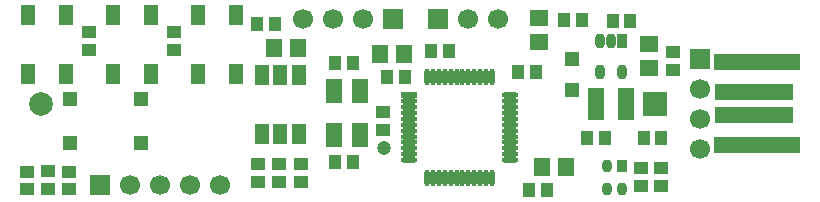
<source format=gts>
G04 #@! TF.FileFunction,Soldermask,Top*
%FSLAX46Y46*%
G04 Gerber Fmt 4.6, Leading zero omitted, Abs format (unit mm)*
G04 Created by KiCad (PCBNEW 4.0.0-rc1-stable) date 18.12.2015 2:10:39*
%MOMM*%
G01*
G04 APERTURE LIST*
%ADD10C,0.100000*%
%ADD11R,2.000860X2.000860*%
%ADD12C,2.000860*%
%ADD13R,1.216000X1.089000*%
%ADD14R,1.597000X1.343000*%
%ADD15R,1.343000X1.597000*%
%ADD16R,1.089000X1.216000*%
%ADD17R,1.200760X1.200760*%
%ADD18R,0.901040X1.099160*%
%ADD19O,0.901040X1.099160*%
%ADD20R,0.835000X1.300000*%
%ADD21O,0.835000X1.300000*%
%ADD22R,1.400000X0.470000*%
%ADD23O,1.400000X0.470000*%
%ADD24O,0.470000X1.400000*%
%ADD25R,1.400000X2.800000*%
%ADD26R,1.300000X1.800000*%
%ADD27R,1.200000X1.100000*%
%ADD28R,1.100000X1.200000*%
%ADD29R,1.200760X1.299820*%
%ADD30C,1.200000*%
%ADD31R,1.700000X1.700000*%
%ADD32C,1.700000*%
%ADD33R,7.299300X1.449680*%
%ADD34R,6.699860X1.449680*%
%ADD35R,1.398880X2.099920*%
G04 APERTURE END LIST*
D10*
D11*
X173999440Y-118500000D03*
D12*
X122000560Y-118500000D03*
D13*
X175500000Y-115662000D03*
X175500000Y-114138000D03*
D14*
X173500000Y-115516000D03*
X173500000Y-113484000D03*
D15*
X164423000Y-123829000D03*
X166455000Y-123829000D03*
D13*
X174528000Y-125460000D03*
X174528000Y-123936000D03*
D16*
X163338000Y-125809000D03*
X164862000Y-125809000D03*
X162401000Y-115844000D03*
X163925000Y-115844000D03*
X155067000Y-114065000D03*
X156591000Y-114065000D03*
D15*
X152737000Y-114313000D03*
X150705000Y-114313000D03*
D16*
X168238000Y-121400000D03*
X169762000Y-121400000D03*
X152805000Y-116260000D03*
X151281000Y-116260000D03*
X167851000Y-111419000D03*
X166327000Y-111419000D03*
D14*
X164214000Y-113288000D03*
X164214000Y-111256000D03*
D15*
X141784000Y-113800000D03*
X143816000Y-113800000D03*
D16*
X140326000Y-111788000D03*
X141850000Y-111788000D03*
X148468000Y-123428000D03*
X146944000Y-123428000D03*
D13*
X133300000Y-112438000D03*
X133300000Y-113962000D03*
D16*
X146950000Y-115090000D03*
X148474000Y-115090000D03*
D13*
X122600000Y-125762000D03*
X122600000Y-124238000D03*
X126100000Y-112438000D03*
X126100000Y-113962000D03*
D17*
X166935400Y-114701420D03*
X166935400Y-117302380D03*
D18*
X171230240Y-123815040D03*
D19*
X169929760Y-123815040D03*
X169929760Y-125714960D03*
X171230240Y-125714960D03*
D20*
X171228000Y-113214000D03*
D21*
X170278000Y-113214000D03*
X169328000Y-113214000D03*
X169328000Y-115814000D03*
X171228000Y-115814000D03*
D22*
X153199000Y-117782000D03*
D23*
X153199000Y-118282000D03*
X153199000Y-118782000D03*
X153199000Y-119282000D03*
X153199000Y-119782000D03*
X153199000Y-120282000D03*
X153199000Y-120782000D03*
X153199000Y-121282000D03*
X153199000Y-121782000D03*
X153199000Y-122282000D03*
X153199000Y-122782000D03*
X153199000Y-123282000D03*
D24*
X154699000Y-124782000D03*
X155199000Y-124782000D03*
X155699000Y-124782000D03*
X156199000Y-124782000D03*
X156699000Y-124782000D03*
X157199000Y-124782000D03*
X157699000Y-124782000D03*
X158199000Y-124782000D03*
X158699000Y-124782000D03*
X159199000Y-124782000D03*
X159699000Y-124782000D03*
X160199000Y-124782000D03*
D23*
X161699000Y-123282000D03*
X161699000Y-122782000D03*
X161699000Y-122282000D03*
X161699000Y-121782000D03*
X161699000Y-121282000D03*
X161699000Y-120782000D03*
X161699000Y-120282000D03*
X161699000Y-119782000D03*
X161699000Y-119282000D03*
X161699000Y-118782000D03*
X161699000Y-118282000D03*
X161699000Y-117782000D03*
D24*
X160199000Y-116282000D03*
X159699000Y-116282000D03*
X159199000Y-116282000D03*
X158699000Y-116282000D03*
X158199000Y-116282000D03*
X157699000Y-116282000D03*
X157199000Y-116282000D03*
X156699000Y-116282000D03*
X156199000Y-116282000D03*
X155699000Y-116282000D03*
X155199000Y-116282000D03*
X154699000Y-116282000D03*
D25*
X169049000Y-118516000D03*
X171549000Y-118516000D03*
D26*
X138500000Y-116000000D03*
X135300000Y-116000000D03*
X138500000Y-111000000D03*
X135300000Y-111000000D03*
X131300000Y-116000000D03*
X128100000Y-116000000D03*
X131300000Y-111000000D03*
X128100000Y-111000000D03*
D27*
X120800000Y-124250000D03*
X120800000Y-125750000D03*
D26*
X140692000Y-116109000D03*
X142292000Y-116109000D03*
X143892000Y-116109000D03*
X140692000Y-121109000D03*
X142292000Y-121109000D03*
X143892000Y-121109000D03*
X124100000Y-116000000D03*
X120900000Y-116000000D03*
X124100000Y-111000000D03*
X120900000Y-111000000D03*
D27*
X150955000Y-120724000D03*
X150955000Y-119224000D03*
X124400000Y-125750000D03*
X124400000Y-124250000D03*
X142200000Y-123650000D03*
X142200000Y-125150000D03*
X140400000Y-123650000D03*
X140400000Y-125150000D03*
X144000000Y-123650000D03*
X144000000Y-125150000D03*
D28*
X173050000Y-121400000D03*
X174550000Y-121400000D03*
D27*
X172780000Y-123947000D03*
X172780000Y-125447000D03*
D28*
X170416000Y-111478000D03*
X171916000Y-111478000D03*
D29*
X130448740Y-118109880D03*
X130448740Y-121808120D03*
X124449260Y-121808120D03*
X124449260Y-118109880D03*
D30*
X151040000Y-122294000D03*
D31*
X155600000Y-111300000D03*
D32*
X158140000Y-111300000D03*
X160680000Y-111300000D03*
D31*
X177800000Y-114700000D03*
D32*
X177800000Y-117240000D03*
X177800000Y-119780000D03*
X177800000Y-122320000D03*
D31*
X151800000Y-111300000D03*
D32*
X149260000Y-111300000D03*
X146720000Y-111300000D03*
X144180000Y-111300000D03*
D33*
X182650920Y-114999880D03*
D34*
X182351200Y-117499240D03*
X182351200Y-119500760D03*
D33*
X182650920Y-122000120D03*
D32*
X137160000Y-125400000D03*
D31*
X127000000Y-125400000D03*
D32*
X129540000Y-125400000D03*
X132080000Y-125400000D03*
X134620000Y-125400000D03*
D35*
X149001820Y-121141120D03*
X149001820Y-117442880D03*
X146802180Y-117442880D03*
X146802180Y-121141120D03*
M02*

</source>
